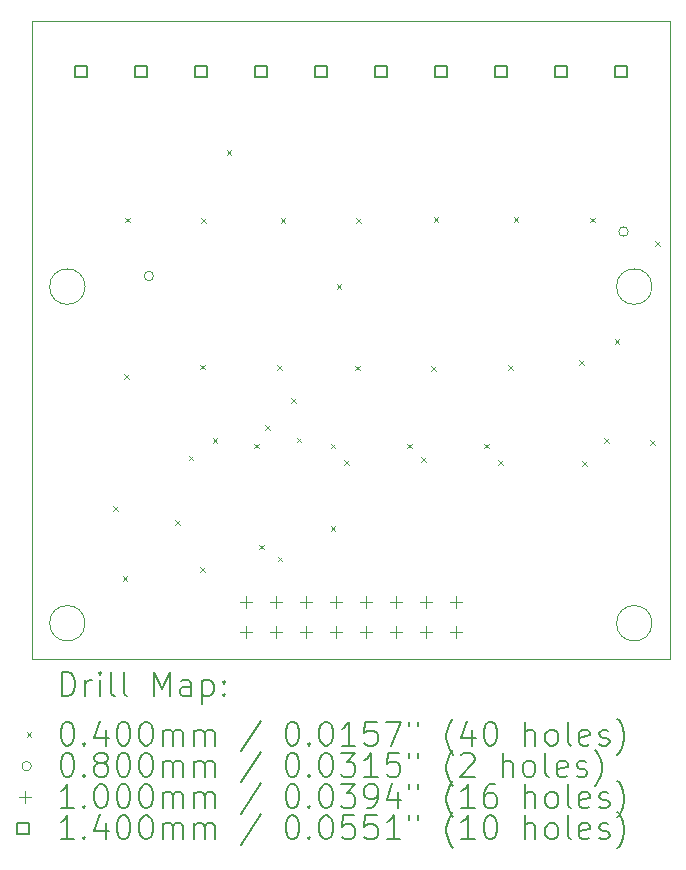
<source format=gbr>
%TF.GenerationSoftware,KiCad,Pcbnew,6.0.11+dfsg-1~bpo11+1*%
%TF.CreationDate,2023-04-06T13:54:09+02:00*%
%TF.ProjectId,din-8_11,64696e2d-385f-4313-912e-6b696361645f,1.1*%
%TF.SameCoordinates,Original*%
%TF.FileFunction,Drillmap*%
%TF.FilePolarity,Positive*%
%FSLAX45Y45*%
G04 Gerber Fmt 4.5, Leading zero omitted, Abs format (unit mm)*
G04 Created by KiCad (PCBNEW 6.0.11+dfsg-1~bpo11+1) date 2023-04-06 13:54:09*
%MOMM*%
%LPD*%
G01*
G04 APERTURE LIST*
%ADD10C,0.100000*%
%ADD11C,0.200000*%
%ADD12C,0.040000*%
%ADD13C,0.080000*%
%ADD14C,0.140000*%
G04 APERTURE END LIST*
D10*
X12850000Y-8850000D02*
G75*
G03*
X12850000Y-8850000I-150000J0D01*
G01*
X17650000Y-8850000D02*
G75*
G03*
X17650000Y-8850000I-150000J0D01*
G01*
X12850000Y-11700000D02*
G75*
G03*
X12850000Y-11700000I-150000J0D01*
G01*
X12400000Y-12000000D02*
X17800000Y-12000000D01*
X17800000Y-12000000D02*
X17800000Y-6600000D01*
X17800000Y-6600000D02*
X12400000Y-6600000D01*
X12400000Y-6600000D02*
X12400000Y-12000000D01*
X17650000Y-11700000D02*
G75*
G03*
X17650000Y-11700000I-150000J0D01*
G01*
D11*
D12*
X13089000Y-10708000D02*
X13129000Y-10748000D01*
X13129000Y-10708000D02*
X13089000Y-10748000D01*
X13168000Y-11299000D02*
X13208000Y-11339000D01*
X13208000Y-11299000D02*
X13168000Y-11339000D01*
X13184000Y-9589000D02*
X13224000Y-9629000D01*
X13224000Y-9589000D02*
X13184000Y-9629000D01*
X13190000Y-8267000D02*
X13230000Y-8307000D01*
X13230000Y-8267000D02*
X13190000Y-8307000D01*
X13610000Y-10827000D02*
X13650000Y-10867000D01*
X13650000Y-10827000D02*
X13610000Y-10867000D01*
X13727000Y-10282000D02*
X13767000Y-10322000D01*
X13767000Y-10282000D02*
X13727000Y-10322000D01*
X13824000Y-9510000D02*
X13864000Y-9550000D01*
X13864000Y-9510000D02*
X13824000Y-9550000D01*
X13825000Y-11222000D02*
X13865000Y-11262000D01*
X13865000Y-11222000D02*
X13825000Y-11262000D01*
X13834000Y-8268000D02*
X13874000Y-8308000D01*
X13874000Y-8268000D02*
X13834000Y-8308000D01*
X13930000Y-10130000D02*
X13970000Y-10170000D01*
X13970000Y-10130000D02*
X13930000Y-10170000D01*
X14050000Y-7694000D02*
X14090000Y-7734000D01*
X14090000Y-7694000D02*
X14050000Y-7734000D01*
X14280000Y-10180000D02*
X14320000Y-10220000D01*
X14320000Y-10180000D02*
X14280000Y-10220000D01*
X14323000Y-11034000D02*
X14363000Y-11074000D01*
X14363000Y-11034000D02*
X14323000Y-11074000D01*
X14377000Y-10024000D02*
X14417000Y-10064000D01*
X14417000Y-10024000D02*
X14377000Y-10064000D01*
X14479000Y-9516000D02*
X14519000Y-9556000D01*
X14519000Y-9516000D02*
X14479000Y-9556000D01*
X14480000Y-11135000D02*
X14520000Y-11175000D01*
X14520000Y-11135000D02*
X14480000Y-11175000D01*
X14505000Y-8268000D02*
X14545000Y-8308000D01*
X14545000Y-8268000D02*
X14505000Y-8308000D01*
X14596000Y-9797000D02*
X14636000Y-9837000D01*
X14636000Y-9797000D02*
X14596000Y-9837000D01*
X14641000Y-10128000D02*
X14681000Y-10168000D01*
X14681000Y-10128000D02*
X14641000Y-10168000D01*
X14930000Y-10180000D02*
X14970000Y-10220000D01*
X14970000Y-10180000D02*
X14930000Y-10220000D01*
X14930000Y-10880000D02*
X14970000Y-10920000D01*
X14970000Y-10880000D02*
X14930000Y-10920000D01*
X14980000Y-8830000D02*
X15020000Y-8870000D01*
X15020000Y-8830000D02*
X14980000Y-8870000D01*
X15042000Y-10322000D02*
X15082000Y-10362000D01*
X15082000Y-10322000D02*
X15042000Y-10362000D01*
X15138000Y-9518000D02*
X15178000Y-9558000D01*
X15178000Y-9518000D02*
X15138000Y-9558000D01*
X15147000Y-8268000D02*
X15187000Y-8308000D01*
X15187000Y-8268000D02*
X15147000Y-8308000D01*
X15580000Y-10180000D02*
X15620000Y-10220000D01*
X15620000Y-10180000D02*
X15580000Y-10220000D01*
X15698000Y-10291000D02*
X15738000Y-10331000D01*
X15738000Y-10291000D02*
X15698000Y-10331000D01*
X15778000Y-9524000D02*
X15818000Y-9564000D01*
X15818000Y-9524000D02*
X15778000Y-9564000D01*
X15801000Y-8264000D02*
X15841000Y-8304000D01*
X15841000Y-8264000D02*
X15801000Y-8304000D01*
X16230000Y-10180000D02*
X16270000Y-10220000D01*
X16270000Y-10180000D02*
X16230000Y-10220000D01*
X16346000Y-10319000D02*
X16386000Y-10359000D01*
X16386000Y-10319000D02*
X16346000Y-10359000D01*
X16433000Y-9512000D02*
X16473000Y-9552000D01*
X16473000Y-9512000D02*
X16433000Y-9552000D01*
X16478000Y-8264000D02*
X16518000Y-8304000D01*
X16518000Y-8264000D02*
X16478000Y-8304000D01*
X17032000Y-9470000D02*
X17072000Y-9510000D01*
X17072000Y-9470000D02*
X17032000Y-9510000D01*
X17056000Y-10327000D02*
X17096000Y-10367000D01*
X17096000Y-10327000D02*
X17056000Y-10367000D01*
X17129000Y-8265000D02*
X17169000Y-8305000D01*
X17169000Y-8265000D02*
X17129000Y-8305000D01*
X17245000Y-10130000D02*
X17285000Y-10170000D01*
X17285000Y-10130000D02*
X17245000Y-10170000D01*
X17334000Y-9297000D02*
X17374000Y-9337000D01*
X17374000Y-9297000D02*
X17334000Y-9337000D01*
X17637000Y-10147000D02*
X17677000Y-10187000D01*
X17677000Y-10147000D02*
X17637000Y-10187000D01*
X17679000Y-8463000D02*
X17719000Y-8503000D01*
X17719000Y-8463000D02*
X17679000Y-8503000D01*
D13*
X13430000Y-8760000D02*
G75*
G03*
X13430000Y-8760000I-40000J0D01*
G01*
X17449000Y-8384000D02*
G75*
G03*
X17449000Y-8384000I-40000J0D01*
G01*
D10*
X14209500Y-11472500D02*
X14209500Y-11572500D01*
X14159500Y-11522500D02*
X14259500Y-11522500D01*
X14209500Y-11726500D02*
X14209500Y-11826500D01*
X14159500Y-11776500D02*
X14259500Y-11776500D01*
X14463500Y-11472500D02*
X14463500Y-11572500D01*
X14413500Y-11522500D02*
X14513500Y-11522500D01*
X14463500Y-11726500D02*
X14463500Y-11826500D01*
X14413500Y-11776500D02*
X14513500Y-11776500D01*
X14717500Y-11472500D02*
X14717500Y-11572500D01*
X14667500Y-11522500D02*
X14767500Y-11522500D01*
X14717500Y-11726500D02*
X14717500Y-11826500D01*
X14667500Y-11776500D02*
X14767500Y-11776500D01*
X14971500Y-11472500D02*
X14971500Y-11572500D01*
X14921500Y-11522500D02*
X15021500Y-11522500D01*
X14971500Y-11726500D02*
X14971500Y-11826500D01*
X14921500Y-11776500D02*
X15021500Y-11776500D01*
X15225500Y-11472500D02*
X15225500Y-11572500D01*
X15175500Y-11522500D02*
X15275500Y-11522500D01*
X15225500Y-11726500D02*
X15225500Y-11826500D01*
X15175500Y-11776500D02*
X15275500Y-11776500D01*
X15479500Y-11472500D02*
X15479500Y-11572500D01*
X15429500Y-11522500D02*
X15529500Y-11522500D01*
X15479500Y-11726500D02*
X15479500Y-11826500D01*
X15429500Y-11776500D02*
X15529500Y-11776500D01*
X15733500Y-11472500D02*
X15733500Y-11572500D01*
X15683500Y-11522500D02*
X15783500Y-11522500D01*
X15733500Y-11726500D02*
X15733500Y-11826500D01*
X15683500Y-11776500D02*
X15783500Y-11776500D01*
X15987500Y-11472500D02*
X15987500Y-11572500D01*
X15937500Y-11522500D02*
X16037500Y-11522500D01*
X15987500Y-11726500D02*
X15987500Y-11826500D01*
X15937500Y-11776500D02*
X16037500Y-11776500D01*
D14*
X12863498Y-7077248D02*
X12863498Y-6978252D01*
X12764502Y-6978252D01*
X12764502Y-7077248D01*
X12863498Y-7077248D01*
X13371498Y-7077248D02*
X13371498Y-6978252D01*
X13272502Y-6978252D01*
X13272502Y-7077248D01*
X13371498Y-7077248D01*
X13879498Y-7077248D02*
X13879498Y-6978252D01*
X13780502Y-6978252D01*
X13780502Y-7077248D01*
X13879498Y-7077248D01*
X14387498Y-7077248D02*
X14387498Y-6978252D01*
X14288502Y-6978252D01*
X14288502Y-7077248D01*
X14387498Y-7077248D01*
X14895498Y-7077248D02*
X14895498Y-6978252D01*
X14796502Y-6978252D01*
X14796502Y-7077248D01*
X14895498Y-7077248D01*
X15403498Y-7077248D02*
X15403498Y-6978252D01*
X15304502Y-6978252D01*
X15304502Y-7077248D01*
X15403498Y-7077248D01*
X15911498Y-7077248D02*
X15911498Y-6978252D01*
X15812502Y-6978252D01*
X15812502Y-7077248D01*
X15911498Y-7077248D01*
X16419498Y-7077248D02*
X16419498Y-6978252D01*
X16320502Y-6978252D01*
X16320502Y-7077248D01*
X16419498Y-7077248D01*
X16927498Y-7077248D02*
X16927498Y-6978252D01*
X16828502Y-6978252D01*
X16828502Y-7077248D01*
X16927498Y-7077248D01*
X17435498Y-7077248D02*
X17435498Y-6978252D01*
X17336502Y-6978252D01*
X17336502Y-7077248D01*
X17435498Y-7077248D01*
D11*
X12652619Y-12315476D02*
X12652619Y-12115476D01*
X12700238Y-12115476D01*
X12728809Y-12125000D01*
X12747857Y-12144048D01*
X12757381Y-12163095D01*
X12766905Y-12201190D01*
X12766905Y-12229762D01*
X12757381Y-12267857D01*
X12747857Y-12286905D01*
X12728809Y-12305952D01*
X12700238Y-12315476D01*
X12652619Y-12315476D01*
X12852619Y-12315476D02*
X12852619Y-12182143D01*
X12852619Y-12220238D02*
X12862143Y-12201190D01*
X12871667Y-12191667D01*
X12890714Y-12182143D01*
X12909762Y-12182143D01*
X12976428Y-12315476D02*
X12976428Y-12182143D01*
X12976428Y-12115476D02*
X12966905Y-12125000D01*
X12976428Y-12134524D01*
X12985952Y-12125000D01*
X12976428Y-12115476D01*
X12976428Y-12134524D01*
X13100238Y-12315476D02*
X13081190Y-12305952D01*
X13071667Y-12286905D01*
X13071667Y-12115476D01*
X13205000Y-12315476D02*
X13185952Y-12305952D01*
X13176428Y-12286905D01*
X13176428Y-12115476D01*
X13433571Y-12315476D02*
X13433571Y-12115476D01*
X13500238Y-12258333D01*
X13566905Y-12115476D01*
X13566905Y-12315476D01*
X13747857Y-12315476D02*
X13747857Y-12210714D01*
X13738333Y-12191667D01*
X13719286Y-12182143D01*
X13681190Y-12182143D01*
X13662143Y-12191667D01*
X13747857Y-12305952D02*
X13728809Y-12315476D01*
X13681190Y-12315476D01*
X13662143Y-12305952D01*
X13652619Y-12286905D01*
X13652619Y-12267857D01*
X13662143Y-12248809D01*
X13681190Y-12239286D01*
X13728809Y-12239286D01*
X13747857Y-12229762D01*
X13843095Y-12182143D02*
X13843095Y-12382143D01*
X13843095Y-12191667D02*
X13862143Y-12182143D01*
X13900238Y-12182143D01*
X13919286Y-12191667D01*
X13928809Y-12201190D01*
X13938333Y-12220238D01*
X13938333Y-12277381D01*
X13928809Y-12296428D01*
X13919286Y-12305952D01*
X13900238Y-12315476D01*
X13862143Y-12315476D01*
X13843095Y-12305952D01*
X14024048Y-12296428D02*
X14033571Y-12305952D01*
X14024048Y-12315476D01*
X14014524Y-12305952D01*
X14024048Y-12296428D01*
X14024048Y-12315476D01*
X14024048Y-12191667D02*
X14033571Y-12201190D01*
X14024048Y-12210714D01*
X14014524Y-12201190D01*
X14024048Y-12191667D01*
X14024048Y-12210714D01*
D12*
X12355000Y-12625000D02*
X12395000Y-12665000D01*
X12395000Y-12625000D02*
X12355000Y-12665000D01*
D11*
X12690714Y-12535476D02*
X12709762Y-12535476D01*
X12728809Y-12545000D01*
X12738333Y-12554524D01*
X12747857Y-12573571D01*
X12757381Y-12611667D01*
X12757381Y-12659286D01*
X12747857Y-12697381D01*
X12738333Y-12716428D01*
X12728809Y-12725952D01*
X12709762Y-12735476D01*
X12690714Y-12735476D01*
X12671667Y-12725952D01*
X12662143Y-12716428D01*
X12652619Y-12697381D01*
X12643095Y-12659286D01*
X12643095Y-12611667D01*
X12652619Y-12573571D01*
X12662143Y-12554524D01*
X12671667Y-12545000D01*
X12690714Y-12535476D01*
X12843095Y-12716428D02*
X12852619Y-12725952D01*
X12843095Y-12735476D01*
X12833571Y-12725952D01*
X12843095Y-12716428D01*
X12843095Y-12735476D01*
X13024048Y-12602143D02*
X13024048Y-12735476D01*
X12976428Y-12525952D02*
X12928809Y-12668809D01*
X13052619Y-12668809D01*
X13166905Y-12535476D02*
X13185952Y-12535476D01*
X13205000Y-12545000D01*
X13214524Y-12554524D01*
X13224048Y-12573571D01*
X13233571Y-12611667D01*
X13233571Y-12659286D01*
X13224048Y-12697381D01*
X13214524Y-12716428D01*
X13205000Y-12725952D01*
X13185952Y-12735476D01*
X13166905Y-12735476D01*
X13147857Y-12725952D01*
X13138333Y-12716428D01*
X13128809Y-12697381D01*
X13119286Y-12659286D01*
X13119286Y-12611667D01*
X13128809Y-12573571D01*
X13138333Y-12554524D01*
X13147857Y-12545000D01*
X13166905Y-12535476D01*
X13357381Y-12535476D02*
X13376428Y-12535476D01*
X13395476Y-12545000D01*
X13405000Y-12554524D01*
X13414524Y-12573571D01*
X13424048Y-12611667D01*
X13424048Y-12659286D01*
X13414524Y-12697381D01*
X13405000Y-12716428D01*
X13395476Y-12725952D01*
X13376428Y-12735476D01*
X13357381Y-12735476D01*
X13338333Y-12725952D01*
X13328809Y-12716428D01*
X13319286Y-12697381D01*
X13309762Y-12659286D01*
X13309762Y-12611667D01*
X13319286Y-12573571D01*
X13328809Y-12554524D01*
X13338333Y-12545000D01*
X13357381Y-12535476D01*
X13509762Y-12735476D02*
X13509762Y-12602143D01*
X13509762Y-12621190D02*
X13519286Y-12611667D01*
X13538333Y-12602143D01*
X13566905Y-12602143D01*
X13585952Y-12611667D01*
X13595476Y-12630714D01*
X13595476Y-12735476D01*
X13595476Y-12630714D02*
X13605000Y-12611667D01*
X13624048Y-12602143D01*
X13652619Y-12602143D01*
X13671667Y-12611667D01*
X13681190Y-12630714D01*
X13681190Y-12735476D01*
X13776428Y-12735476D02*
X13776428Y-12602143D01*
X13776428Y-12621190D02*
X13785952Y-12611667D01*
X13805000Y-12602143D01*
X13833571Y-12602143D01*
X13852619Y-12611667D01*
X13862143Y-12630714D01*
X13862143Y-12735476D01*
X13862143Y-12630714D02*
X13871667Y-12611667D01*
X13890714Y-12602143D01*
X13919286Y-12602143D01*
X13938333Y-12611667D01*
X13947857Y-12630714D01*
X13947857Y-12735476D01*
X14338333Y-12525952D02*
X14166905Y-12783095D01*
X14595476Y-12535476D02*
X14614524Y-12535476D01*
X14633571Y-12545000D01*
X14643095Y-12554524D01*
X14652619Y-12573571D01*
X14662143Y-12611667D01*
X14662143Y-12659286D01*
X14652619Y-12697381D01*
X14643095Y-12716428D01*
X14633571Y-12725952D01*
X14614524Y-12735476D01*
X14595476Y-12735476D01*
X14576428Y-12725952D01*
X14566905Y-12716428D01*
X14557381Y-12697381D01*
X14547857Y-12659286D01*
X14547857Y-12611667D01*
X14557381Y-12573571D01*
X14566905Y-12554524D01*
X14576428Y-12545000D01*
X14595476Y-12535476D01*
X14747857Y-12716428D02*
X14757381Y-12725952D01*
X14747857Y-12735476D01*
X14738333Y-12725952D01*
X14747857Y-12716428D01*
X14747857Y-12735476D01*
X14881190Y-12535476D02*
X14900238Y-12535476D01*
X14919286Y-12545000D01*
X14928809Y-12554524D01*
X14938333Y-12573571D01*
X14947857Y-12611667D01*
X14947857Y-12659286D01*
X14938333Y-12697381D01*
X14928809Y-12716428D01*
X14919286Y-12725952D01*
X14900238Y-12735476D01*
X14881190Y-12735476D01*
X14862143Y-12725952D01*
X14852619Y-12716428D01*
X14843095Y-12697381D01*
X14833571Y-12659286D01*
X14833571Y-12611667D01*
X14843095Y-12573571D01*
X14852619Y-12554524D01*
X14862143Y-12545000D01*
X14881190Y-12535476D01*
X15138333Y-12735476D02*
X15024048Y-12735476D01*
X15081190Y-12735476D02*
X15081190Y-12535476D01*
X15062143Y-12564048D01*
X15043095Y-12583095D01*
X15024048Y-12592619D01*
X15319286Y-12535476D02*
X15224048Y-12535476D01*
X15214524Y-12630714D01*
X15224048Y-12621190D01*
X15243095Y-12611667D01*
X15290714Y-12611667D01*
X15309762Y-12621190D01*
X15319286Y-12630714D01*
X15328809Y-12649762D01*
X15328809Y-12697381D01*
X15319286Y-12716428D01*
X15309762Y-12725952D01*
X15290714Y-12735476D01*
X15243095Y-12735476D01*
X15224048Y-12725952D01*
X15214524Y-12716428D01*
X15395476Y-12535476D02*
X15528809Y-12535476D01*
X15443095Y-12735476D01*
X15595476Y-12535476D02*
X15595476Y-12573571D01*
X15671667Y-12535476D02*
X15671667Y-12573571D01*
X15966905Y-12811667D02*
X15957381Y-12802143D01*
X15938333Y-12773571D01*
X15928809Y-12754524D01*
X15919286Y-12725952D01*
X15909762Y-12678333D01*
X15909762Y-12640238D01*
X15919286Y-12592619D01*
X15928809Y-12564048D01*
X15938333Y-12545000D01*
X15957381Y-12516428D01*
X15966905Y-12506905D01*
X16128809Y-12602143D02*
X16128809Y-12735476D01*
X16081190Y-12525952D02*
X16033571Y-12668809D01*
X16157381Y-12668809D01*
X16271667Y-12535476D02*
X16290714Y-12535476D01*
X16309762Y-12545000D01*
X16319286Y-12554524D01*
X16328809Y-12573571D01*
X16338333Y-12611667D01*
X16338333Y-12659286D01*
X16328809Y-12697381D01*
X16319286Y-12716428D01*
X16309762Y-12725952D01*
X16290714Y-12735476D01*
X16271667Y-12735476D01*
X16252619Y-12725952D01*
X16243095Y-12716428D01*
X16233571Y-12697381D01*
X16224048Y-12659286D01*
X16224048Y-12611667D01*
X16233571Y-12573571D01*
X16243095Y-12554524D01*
X16252619Y-12545000D01*
X16271667Y-12535476D01*
X16576428Y-12735476D02*
X16576428Y-12535476D01*
X16662143Y-12735476D02*
X16662143Y-12630714D01*
X16652619Y-12611667D01*
X16633571Y-12602143D01*
X16605000Y-12602143D01*
X16585952Y-12611667D01*
X16576428Y-12621190D01*
X16785952Y-12735476D02*
X16766905Y-12725952D01*
X16757381Y-12716428D01*
X16747857Y-12697381D01*
X16747857Y-12640238D01*
X16757381Y-12621190D01*
X16766905Y-12611667D01*
X16785952Y-12602143D01*
X16814524Y-12602143D01*
X16833571Y-12611667D01*
X16843095Y-12621190D01*
X16852619Y-12640238D01*
X16852619Y-12697381D01*
X16843095Y-12716428D01*
X16833571Y-12725952D01*
X16814524Y-12735476D01*
X16785952Y-12735476D01*
X16966905Y-12735476D02*
X16947857Y-12725952D01*
X16938333Y-12706905D01*
X16938333Y-12535476D01*
X17119286Y-12725952D02*
X17100238Y-12735476D01*
X17062143Y-12735476D01*
X17043095Y-12725952D01*
X17033571Y-12706905D01*
X17033571Y-12630714D01*
X17043095Y-12611667D01*
X17062143Y-12602143D01*
X17100238Y-12602143D01*
X17119286Y-12611667D01*
X17128810Y-12630714D01*
X17128810Y-12649762D01*
X17033571Y-12668809D01*
X17205000Y-12725952D02*
X17224048Y-12735476D01*
X17262143Y-12735476D01*
X17281190Y-12725952D01*
X17290714Y-12706905D01*
X17290714Y-12697381D01*
X17281190Y-12678333D01*
X17262143Y-12668809D01*
X17233571Y-12668809D01*
X17214524Y-12659286D01*
X17205000Y-12640238D01*
X17205000Y-12630714D01*
X17214524Y-12611667D01*
X17233571Y-12602143D01*
X17262143Y-12602143D01*
X17281190Y-12611667D01*
X17357381Y-12811667D02*
X17366905Y-12802143D01*
X17385952Y-12773571D01*
X17395476Y-12754524D01*
X17405000Y-12725952D01*
X17414524Y-12678333D01*
X17414524Y-12640238D01*
X17405000Y-12592619D01*
X17395476Y-12564048D01*
X17385952Y-12545000D01*
X17366905Y-12516428D01*
X17357381Y-12506905D01*
D13*
X12395000Y-12909000D02*
G75*
G03*
X12395000Y-12909000I-40000J0D01*
G01*
D11*
X12690714Y-12799476D02*
X12709762Y-12799476D01*
X12728809Y-12809000D01*
X12738333Y-12818524D01*
X12747857Y-12837571D01*
X12757381Y-12875667D01*
X12757381Y-12923286D01*
X12747857Y-12961381D01*
X12738333Y-12980428D01*
X12728809Y-12989952D01*
X12709762Y-12999476D01*
X12690714Y-12999476D01*
X12671667Y-12989952D01*
X12662143Y-12980428D01*
X12652619Y-12961381D01*
X12643095Y-12923286D01*
X12643095Y-12875667D01*
X12652619Y-12837571D01*
X12662143Y-12818524D01*
X12671667Y-12809000D01*
X12690714Y-12799476D01*
X12843095Y-12980428D02*
X12852619Y-12989952D01*
X12843095Y-12999476D01*
X12833571Y-12989952D01*
X12843095Y-12980428D01*
X12843095Y-12999476D01*
X12966905Y-12885190D02*
X12947857Y-12875667D01*
X12938333Y-12866143D01*
X12928809Y-12847095D01*
X12928809Y-12837571D01*
X12938333Y-12818524D01*
X12947857Y-12809000D01*
X12966905Y-12799476D01*
X13005000Y-12799476D01*
X13024048Y-12809000D01*
X13033571Y-12818524D01*
X13043095Y-12837571D01*
X13043095Y-12847095D01*
X13033571Y-12866143D01*
X13024048Y-12875667D01*
X13005000Y-12885190D01*
X12966905Y-12885190D01*
X12947857Y-12894714D01*
X12938333Y-12904238D01*
X12928809Y-12923286D01*
X12928809Y-12961381D01*
X12938333Y-12980428D01*
X12947857Y-12989952D01*
X12966905Y-12999476D01*
X13005000Y-12999476D01*
X13024048Y-12989952D01*
X13033571Y-12980428D01*
X13043095Y-12961381D01*
X13043095Y-12923286D01*
X13033571Y-12904238D01*
X13024048Y-12894714D01*
X13005000Y-12885190D01*
X13166905Y-12799476D02*
X13185952Y-12799476D01*
X13205000Y-12809000D01*
X13214524Y-12818524D01*
X13224048Y-12837571D01*
X13233571Y-12875667D01*
X13233571Y-12923286D01*
X13224048Y-12961381D01*
X13214524Y-12980428D01*
X13205000Y-12989952D01*
X13185952Y-12999476D01*
X13166905Y-12999476D01*
X13147857Y-12989952D01*
X13138333Y-12980428D01*
X13128809Y-12961381D01*
X13119286Y-12923286D01*
X13119286Y-12875667D01*
X13128809Y-12837571D01*
X13138333Y-12818524D01*
X13147857Y-12809000D01*
X13166905Y-12799476D01*
X13357381Y-12799476D02*
X13376428Y-12799476D01*
X13395476Y-12809000D01*
X13405000Y-12818524D01*
X13414524Y-12837571D01*
X13424048Y-12875667D01*
X13424048Y-12923286D01*
X13414524Y-12961381D01*
X13405000Y-12980428D01*
X13395476Y-12989952D01*
X13376428Y-12999476D01*
X13357381Y-12999476D01*
X13338333Y-12989952D01*
X13328809Y-12980428D01*
X13319286Y-12961381D01*
X13309762Y-12923286D01*
X13309762Y-12875667D01*
X13319286Y-12837571D01*
X13328809Y-12818524D01*
X13338333Y-12809000D01*
X13357381Y-12799476D01*
X13509762Y-12999476D02*
X13509762Y-12866143D01*
X13509762Y-12885190D02*
X13519286Y-12875667D01*
X13538333Y-12866143D01*
X13566905Y-12866143D01*
X13585952Y-12875667D01*
X13595476Y-12894714D01*
X13595476Y-12999476D01*
X13595476Y-12894714D02*
X13605000Y-12875667D01*
X13624048Y-12866143D01*
X13652619Y-12866143D01*
X13671667Y-12875667D01*
X13681190Y-12894714D01*
X13681190Y-12999476D01*
X13776428Y-12999476D02*
X13776428Y-12866143D01*
X13776428Y-12885190D02*
X13785952Y-12875667D01*
X13805000Y-12866143D01*
X13833571Y-12866143D01*
X13852619Y-12875667D01*
X13862143Y-12894714D01*
X13862143Y-12999476D01*
X13862143Y-12894714D02*
X13871667Y-12875667D01*
X13890714Y-12866143D01*
X13919286Y-12866143D01*
X13938333Y-12875667D01*
X13947857Y-12894714D01*
X13947857Y-12999476D01*
X14338333Y-12789952D02*
X14166905Y-13047095D01*
X14595476Y-12799476D02*
X14614524Y-12799476D01*
X14633571Y-12809000D01*
X14643095Y-12818524D01*
X14652619Y-12837571D01*
X14662143Y-12875667D01*
X14662143Y-12923286D01*
X14652619Y-12961381D01*
X14643095Y-12980428D01*
X14633571Y-12989952D01*
X14614524Y-12999476D01*
X14595476Y-12999476D01*
X14576428Y-12989952D01*
X14566905Y-12980428D01*
X14557381Y-12961381D01*
X14547857Y-12923286D01*
X14547857Y-12875667D01*
X14557381Y-12837571D01*
X14566905Y-12818524D01*
X14576428Y-12809000D01*
X14595476Y-12799476D01*
X14747857Y-12980428D02*
X14757381Y-12989952D01*
X14747857Y-12999476D01*
X14738333Y-12989952D01*
X14747857Y-12980428D01*
X14747857Y-12999476D01*
X14881190Y-12799476D02*
X14900238Y-12799476D01*
X14919286Y-12809000D01*
X14928809Y-12818524D01*
X14938333Y-12837571D01*
X14947857Y-12875667D01*
X14947857Y-12923286D01*
X14938333Y-12961381D01*
X14928809Y-12980428D01*
X14919286Y-12989952D01*
X14900238Y-12999476D01*
X14881190Y-12999476D01*
X14862143Y-12989952D01*
X14852619Y-12980428D01*
X14843095Y-12961381D01*
X14833571Y-12923286D01*
X14833571Y-12875667D01*
X14843095Y-12837571D01*
X14852619Y-12818524D01*
X14862143Y-12809000D01*
X14881190Y-12799476D01*
X15014524Y-12799476D02*
X15138333Y-12799476D01*
X15071667Y-12875667D01*
X15100238Y-12875667D01*
X15119286Y-12885190D01*
X15128809Y-12894714D01*
X15138333Y-12913762D01*
X15138333Y-12961381D01*
X15128809Y-12980428D01*
X15119286Y-12989952D01*
X15100238Y-12999476D01*
X15043095Y-12999476D01*
X15024048Y-12989952D01*
X15014524Y-12980428D01*
X15328809Y-12999476D02*
X15214524Y-12999476D01*
X15271667Y-12999476D02*
X15271667Y-12799476D01*
X15252619Y-12828048D01*
X15233571Y-12847095D01*
X15214524Y-12856619D01*
X15509762Y-12799476D02*
X15414524Y-12799476D01*
X15405000Y-12894714D01*
X15414524Y-12885190D01*
X15433571Y-12875667D01*
X15481190Y-12875667D01*
X15500238Y-12885190D01*
X15509762Y-12894714D01*
X15519286Y-12913762D01*
X15519286Y-12961381D01*
X15509762Y-12980428D01*
X15500238Y-12989952D01*
X15481190Y-12999476D01*
X15433571Y-12999476D01*
X15414524Y-12989952D01*
X15405000Y-12980428D01*
X15595476Y-12799476D02*
X15595476Y-12837571D01*
X15671667Y-12799476D02*
X15671667Y-12837571D01*
X15966905Y-13075667D02*
X15957381Y-13066143D01*
X15938333Y-13037571D01*
X15928809Y-13018524D01*
X15919286Y-12989952D01*
X15909762Y-12942333D01*
X15909762Y-12904238D01*
X15919286Y-12856619D01*
X15928809Y-12828048D01*
X15938333Y-12809000D01*
X15957381Y-12780428D01*
X15966905Y-12770905D01*
X16033571Y-12818524D02*
X16043095Y-12809000D01*
X16062143Y-12799476D01*
X16109762Y-12799476D01*
X16128809Y-12809000D01*
X16138333Y-12818524D01*
X16147857Y-12837571D01*
X16147857Y-12856619D01*
X16138333Y-12885190D01*
X16024048Y-12999476D01*
X16147857Y-12999476D01*
X16385952Y-12999476D02*
X16385952Y-12799476D01*
X16471667Y-12999476D02*
X16471667Y-12894714D01*
X16462143Y-12875667D01*
X16443095Y-12866143D01*
X16414524Y-12866143D01*
X16395476Y-12875667D01*
X16385952Y-12885190D01*
X16595476Y-12999476D02*
X16576428Y-12989952D01*
X16566905Y-12980428D01*
X16557381Y-12961381D01*
X16557381Y-12904238D01*
X16566905Y-12885190D01*
X16576428Y-12875667D01*
X16595476Y-12866143D01*
X16624048Y-12866143D01*
X16643095Y-12875667D01*
X16652619Y-12885190D01*
X16662143Y-12904238D01*
X16662143Y-12961381D01*
X16652619Y-12980428D01*
X16643095Y-12989952D01*
X16624048Y-12999476D01*
X16595476Y-12999476D01*
X16776428Y-12999476D02*
X16757381Y-12989952D01*
X16747857Y-12970905D01*
X16747857Y-12799476D01*
X16928810Y-12989952D02*
X16909762Y-12999476D01*
X16871667Y-12999476D01*
X16852619Y-12989952D01*
X16843095Y-12970905D01*
X16843095Y-12894714D01*
X16852619Y-12875667D01*
X16871667Y-12866143D01*
X16909762Y-12866143D01*
X16928810Y-12875667D01*
X16938333Y-12894714D01*
X16938333Y-12913762D01*
X16843095Y-12932809D01*
X17014524Y-12989952D02*
X17033571Y-12999476D01*
X17071667Y-12999476D01*
X17090714Y-12989952D01*
X17100238Y-12970905D01*
X17100238Y-12961381D01*
X17090714Y-12942333D01*
X17071667Y-12932809D01*
X17043095Y-12932809D01*
X17024048Y-12923286D01*
X17014524Y-12904238D01*
X17014524Y-12894714D01*
X17024048Y-12875667D01*
X17043095Y-12866143D01*
X17071667Y-12866143D01*
X17090714Y-12875667D01*
X17166905Y-13075667D02*
X17176429Y-13066143D01*
X17195476Y-13037571D01*
X17205000Y-13018524D01*
X17214524Y-12989952D01*
X17224048Y-12942333D01*
X17224048Y-12904238D01*
X17214524Y-12856619D01*
X17205000Y-12828048D01*
X17195476Y-12809000D01*
X17176429Y-12780428D01*
X17166905Y-12770905D01*
D10*
X12345000Y-13123000D02*
X12345000Y-13223000D01*
X12295000Y-13173000D02*
X12395000Y-13173000D01*
D11*
X12757381Y-13263476D02*
X12643095Y-13263476D01*
X12700238Y-13263476D02*
X12700238Y-13063476D01*
X12681190Y-13092048D01*
X12662143Y-13111095D01*
X12643095Y-13120619D01*
X12843095Y-13244428D02*
X12852619Y-13253952D01*
X12843095Y-13263476D01*
X12833571Y-13253952D01*
X12843095Y-13244428D01*
X12843095Y-13263476D01*
X12976428Y-13063476D02*
X12995476Y-13063476D01*
X13014524Y-13073000D01*
X13024048Y-13082524D01*
X13033571Y-13101571D01*
X13043095Y-13139667D01*
X13043095Y-13187286D01*
X13033571Y-13225381D01*
X13024048Y-13244428D01*
X13014524Y-13253952D01*
X12995476Y-13263476D01*
X12976428Y-13263476D01*
X12957381Y-13253952D01*
X12947857Y-13244428D01*
X12938333Y-13225381D01*
X12928809Y-13187286D01*
X12928809Y-13139667D01*
X12938333Y-13101571D01*
X12947857Y-13082524D01*
X12957381Y-13073000D01*
X12976428Y-13063476D01*
X13166905Y-13063476D02*
X13185952Y-13063476D01*
X13205000Y-13073000D01*
X13214524Y-13082524D01*
X13224048Y-13101571D01*
X13233571Y-13139667D01*
X13233571Y-13187286D01*
X13224048Y-13225381D01*
X13214524Y-13244428D01*
X13205000Y-13253952D01*
X13185952Y-13263476D01*
X13166905Y-13263476D01*
X13147857Y-13253952D01*
X13138333Y-13244428D01*
X13128809Y-13225381D01*
X13119286Y-13187286D01*
X13119286Y-13139667D01*
X13128809Y-13101571D01*
X13138333Y-13082524D01*
X13147857Y-13073000D01*
X13166905Y-13063476D01*
X13357381Y-13063476D02*
X13376428Y-13063476D01*
X13395476Y-13073000D01*
X13405000Y-13082524D01*
X13414524Y-13101571D01*
X13424048Y-13139667D01*
X13424048Y-13187286D01*
X13414524Y-13225381D01*
X13405000Y-13244428D01*
X13395476Y-13253952D01*
X13376428Y-13263476D01*
X13357381Y-13263476D01*
X13338333Y-13253952D01*
X13328809Y-13244428D01*
X13319286Y-13225381D01*
X13309762Y-13187286D01*
X13309762Y-13139667D01*
X13319286Y-13101571D01*
X13328809Y-13082524D01*
X13338333Y-13073000D01*
X13357381Y-13063476D01*
X13509762Y-13263476D02*
X13509762Y-13130143D01*
X13509762Y-13149190D02*
X13519286Y-13139667D01*
X13538333Y-13130143D01*
X13566905Y-13130143D01*
X13585952Y-13139667D01*
X13595476Y-13158714D01*
X13595476Y-13263476D01*
X13595476Y-13158714D02*
X13605000Y-13139667D01*
X13624048Y-13130143D01*
X13652619Y-13130143D01*
X13671667Y-13139667D01*
X13681190Y-13158714D01*
X13681190Y-13263476D01*
X13776428Y-13263476D02*
X13776428Y-13130143D01*
X13776428Y-13149190D02*
X13785952Y-13139667D01*
X13805000Y-13130143D01*
X13833571Y-13130143D01*
X13852619Y-13139667D01*
X13862143Y-13158714D01*
X13862143Y-13263476D01*
X13862143Y-13158714D02*
X13871667Y-13139667D01*
X13890714Y-13130143D01*
X13919286Y-13130143D01*
X13938333Y-13139667D01*
X13947857Y-13158714D01*
X13947857Y-13263476D01*
X14338333Y-13053952D02*
X14166905Y-13311095D01*
X14595476Y-13063476D02*
X14614524Y-13063476D01*
X14633571Y-13073000D01*
X14643095Y-13082524D01*
X14652619Y-13101571D01*
X14662143Y-13139667D01*
X14662143Y-13187286D01*
X14652619Y-13225381D01*
X14643095Y-13244428D01*
X14633571Y-13253952D01*
X14614524Y-13263476D01*
X14595476Y-13263476D01*
X14576428Y-13253952D01*
X14566905Y-13244428D01*
X14557381Y-13225381D01*
X14547857Y-13187286D01*
X14547857Y-13139667D01*
X14557381Y-13101571D01*
X14566905Y-13082524D01*
X14576428Y-13073000D01*
X14595476Y-13063476D01*
X14747857Y-13244428D02*
X14757381Y-13253952D01*
X14747857Y-13263476D01*
X14738333Y-13253952D01*
X14747857Y-13244428D01*
X14747857Y-13263476D01*
X14881190Y-13063476D02*
X14900238Y-13063476D01*
X14919286Y-13073000D01*
X14928809Y-13082524D01*
X14938333Y-13101571D01*
X14947857Y-13139667D01*
X14947857Y-13187286D01*
X14938333Y-13225381D01*
X14928809Y-13244428D01*
X14919286Y-13253952D01*
X14900238Y-13263476D01*
X14881190Y-13263476D01*
X14862143Y-13253952D01*
X14852619Y-13244428D01*
X14843095Y-13225381D01*
X14833571Y-13187286D01*
X14833571Y-13139667D01*
X14843095Y-13101571D01*
X14852619Y-13082524D01*
X14862143Y-13073000D01*
X14881190Y-13063476D01*
X15014524Y-13063476D02*
X15138333Y-13063476D01*
X15071667Y-13139667D01*
X15100238Y-13139667D01*
X15119286Y-13149190D01*
X15128809Y-13158714D01*
X15138333Y-13177762D01*
X15138333Y-13225381D01*
X15128809Y-13244428D01*
X15119286Y-13253952D01*
X15100238Y-13263476D01*
X15043095Y-13263476D01*
X15024048Y-13253952D01*
X15014524Y-13244428D01*
X15233571Y-13263476D02*
X15271667Y-13263476D01*
X15290714Y-13253952D01*
X15300238Y-13244428D01*
X15319286Y-13215857D01*
X15328809Y-13177762D01*
X15328809Y-13101571D01*
X15319286Y-13082524D01*
X15309762Y-13073000D01*
X15290714Y-13063476D01*
X15252619Y-13063476D01*
X15233571Y-13073000D01*
X15224048Y-13082524D01*
X15214524Y-13101571D01*
X15214524Y-13149190D01*
X15224048Y-13168238D01*
X15233571Y-13177762D01*
X15252619Y-13187286D01*
X15290714Y-13187286D01*
X15309762Y-13177762D01*
X15319286Y-13168238D01*
X15328809Y-13149190D01*
X15500238Y-13130143D02*
X15500238Y-13263476D01*
X15452619Y-13053952D02*
X15405000Y-13196809D01*
X15528809Y-13196809D01*
X15595476Y-13063476D02*
X15595476Y-13101571D01*
X15671667Y-13063476D02*
X15671667Y-13101571D01*
X15966905Y-13339667D02*
X15957381Y-13330143D01*
X15938333Y-13301571D01*
X15928809Y-13282524D01*
X15919286Y-13253952D01*
X15909762Y-13206333D01*
X15909762Y-13168238D01*
X15919286Y-13120619D01*
X15928809Y-13092048D01*
X15938333Y-13073000D01*
X15957381Y-13044428D01*
X15966905Y-13034905D01*
X16147857Y-13263476D02*
X16033571Y-13263476D01*
X16090714Y-13263476D02*
X16090714Y-13063476D01*
X16071667Y-13092048D01*
X16052619Y-13111095D01*
X16033571Y-13120619D01*
X16319286Y-13063476D02*
X16281190Y-13063476D01*
X16262143Y-13073000D01*
X16252619Y-13082524D01*
X16233571Y-13111095D01*
X16224048Y-13149190D01*
X16224048Y-13225381D01*
X16233571Y-13244428D01*
X16243095Y-13253952D01*
X16262143Y-13263476D01*
X16300238Y-13263476D01*
X16319286Y-13253952D01*
X16328809Y-13244428D01*
X16338333Y-13225381D01*
X16338333Y-13177762D01*
X16328809Y-13158714D01*
X16319286Y-13149190D01*
X16300238Y-13139667D01*
X16262143Y-13139667D01*
X16243095Y-13149190D01*
X16233571Y-13158714D01*
X16224048Y-13177762D01*
X16576428Y-13263476D02*
X16576428Y-13063476D01*
X16662143Y-13263476D02*
X16662143Y-13158714D01*
X16652619Y-13139667D01*
X16633571Y-13130143D01*
X16605000Y-13130143D01*
X16585952Y-13139667D01*
X16576428Y-13149190D01*
X16785952Y-13263476D02*
X16766905Y-13253952D01*
X16757381Y-13244428D01*
X16747857Y-13225381D01*
X16747857Y-13168238D01*
X16757381Y-13149190D01*
X16766905Y-13139667D01*
X16785952Y-13130143D01*
X16814524Y-13130143D01*
X16833571Y-13139667D01*
X16843095Y-13149190D01*
X16852619Y-13168238D01*
X16852619Y-13225381D01*
X16843095Y-13244428D01*
X16833571Y-13253952D01*
X16814524Y-13263476D01*
X16785952Y-13263476D01*
X16966905Y-13263476D02*
X16947857Y-13253952D01*
X16938333Y-13234905D01*
X16938333Y-13063476D01*
X17119286Y-13253952D02*
X17100238Y-13263476D01*
X17062143Y-13263476D01*
X17043095Y-13253952D01*
X17033571Y-13234905D01*
X17033571Y-13158714D01*
X17043095Y-13139667D01*
X17062143Y-13130143D01*
X17100238Y-13130143D01*
X17119286Y-13139667D01*
X17128810Y-13158714D01*
X17128810Y-13177762D01*
X17033571Y-13196809D01*
X17205000Y-13253952D02*
X17224048Y-13263476D01*
X17262143Y-13263476D01*
X17281190Y-13253952D01*
X17290714Y-13234905D01*
X17290714Y-13225381D01*
X17281190Y-13206333D01*
X17262143Y-13196809D01*
X17233571Y-13196809D01*
X17214524Y-13187286D01*
X17205000Y-13168238D01*
X17205000Y-13158714D01*
X17214524Y-13139667D01*
X17233571Y-13130143D01*
X17262143Y-13130143D01*
X17281190Y-13139667D01*
X17357381Y-13339667D02*
X17366905Y-13330143D01*
X17385952Y-13301571D01*
X17395476Y-13282524D01*
X17405000Y-13253952D01*
X17414524Y-13206333D01*
X17414524Y-13168238D01*
X17405000Y-13120619D01*
X17395476Y-13092048D01*
X17385952Y-13073000D01*
X17366905Y-13044428D01*
X17357381Y-13034905D01*
D14*
X12374498Y-13486498D02*
X12374498Y-13387502D01*
X12275502Y-13387502D01*
X12275502Y-13486498D01*
X12374498Y-13486498D01*
D11*
X12757381Y-13527476D02*
X12643095Y-13527476D01*
X12700238Y-13527476D02*
X12700238Y-13327476D01*
X12681190Y-13356048D01*
X12662143Y-13375095D01*
X12643095Y-13384619D01*
X12843095Y-13508428D02*
X12852619Y-13517952D01*
X12843095Y-13527476D01*
X12833571Y-13517952D01*
X12843095Y-13508428D01*
X12843095Y-13527476D01*
X13024048Y-13394143D02*
X13024048Y-13527476D01*
X12976428Y-13317952D02*
X12928809Y-13460809D01*
X13052619Y-13460809D01*
X13166905Y-13327476D02*
X13185952Y-13327476D01*
X13205000Y-13337000D01*
X13214524Y-13346524D01*
X13224048Y-13365571D01*
X13233571Y-13403667D01*
X13233571Y-13451286D01*
X13224048Y-13489381D01*
X13214524Y-13508428D01*
X13205000Y-13517952D01*
X13185952Y-13527476D01*
X13166905Y-13527476D01*
X13147857Y-13517952D01*
X13138333Y-13508428D01*
X13128809Y-13489381D01*
X13119286Y-13451286D01*
X13119286Y-13403667D01*
X13128809Y-13365571D01*
X13138333Y-13346524D01*
X13147857Y-13337000D01*
X13166905Y-13327476D01*
X13357381Y-13327476D02*
X13376428Y-13327476D01*
X13395476Y-13337000D01*
X13405000Y-13346524D01*
X13414524Y-13365571D01*
X13424048Y-13403667D01*
X13424048Y-13451286D01*
X13414524Y-13489381D01*
X13405000Y-13508428D01*
X13395476Y-13517952D01*
X13376428Y-13527476D01*
X13357381Y-13527476D01*
X13338333Y-13517952D01*
X13328809Y-13508428D01*
X13319286Y-13489381D01*
X13309762Y-13451286D01*
X13309762Y-13403667D01*
X13319286Y-13365571D01*
X13328809Y-13346524D01*
X13338333Y-13337000D01*
X13357381Y-13327476D01*
X13509762Y-13527476D02*
X13509762Y-13394143D01*
X13509762Y-13413190D02*
X13519286Y-13403667D01*
X13538333Y-13394143D01*
X13566905Y-13394143D01*
X13585952Y-13403667D01*
X13595476Y-13422714D01*
X13595476Y-13527476D01*
X13595476Y-13422714D02*
X13605000Y-13403667D01*
X13624048Y-13394143D01*
X13652619Y-13394143D01*
X13671667Y-13403667D01*
X13681190Y-13422714D01*
X13681190Y-13527476D01*
X13776428Y-13527476D02*
X13776428Y-13394143D01*
X13776428Y-13413190D02*
X13785952Y-13403667D01*
X13805000Y-13394143D01*
X13833571Y-13394143D01*
X13852619Y-13403667D01*
X13862143Y-13422714D01*
X13862143Y-13527476D01*
X13862143Y-13422714D02*
X13871667Y-13403667D01*
X13890714Y-13394143D01*
X13919286Y-13394143D01*
X13938333Y-13403667D01*
X13947857Y-13422714D01*
X13947857Y-13527476D01*
X14338333Y-13317952D02*
X14166905Y-13575095D01*
X14595476Y-13327476D02*
X14614524Y-13327476D01*
X14633571Y-13337000D01*
X14643095Y-13346524D01*
X14652619Y-13365571D01*
X14662143Y-13403667D01*
X14662143Y-13451286D01*
X14652619Y-13489381D01*
X14643095Y-13508428D01*
X14633571Y-13517952D01*
X14614524Y-13527476D01*
X14595476Y-13527476D01*
X14576428Y-13517952D01*
X14566905Y-13508428D01*
X14557381Y-13489381D01*
X14547857Y-13451286D01*
X14547857Y-13403667D01*
X14557381Y-13365571D01*
X14566905Y-13346524D01*
X14576428Y-13337000D01*
X14595476Y-13327476D01*
X14747857Y-13508428D02*
X14757381Y-13517952D01*
X14747857Y-13527476D01*
X14738333Y-13517952D01*
X14747857Y-13508428D01*
X14747857Y-13527476D01*
X14881190Y-13327476D02*
X14900238Y-13327476D01*
X14919286Y-13337000D01*
X14928809Y-13346524D01*
X14938333Y-13365571D01*
X14947857Y-13403667D01*
X14947857Y-13451286D01*
X14938333Y-13489381D01*
X14928809Y-13508428D01*
X14919286Y-13517952D01*
X14900238Y-13527476D01*
X14881190Y-13527476D01*
X14862143Y-13517952D01*
X14852619Y-13508428D01*
X14843095Y-13489381D01*
X14833571Y-13451286D01*
X14833571Y-13403667D01*
X14843095Y-13365571D01*
X14852619Y-13346524D01*
X14862143Y-13337000D01*
X14881190Y-13327476D01*
X15128809Y-13327476D02*
X15033571Y-13327476D01*
X15024048Y-13422714D01*
X15033571Y-13413190D01*
X15052619Y-13403667D01*
X15100238Y-13403667D01*
X15119286Y-13413190D01*
X15128809Y-13422714D01*
X15138333Y-13441762D01*
X15138333Y-13489381D01*
X15128809Y-13508428D01*
X15119286Y-13517952D01*
X15100238Y-13527476D01*
X15052619Y-13527476D01*
X15033571Y-13517952D01*
X15024048Y-13508428D01*
X15319286Y-13327476D02*
X15224048Y-13327476D01*
X15214524Y-13422714D01*
X15224048Y-13413190D01*
X15243095Y-13403667D01*
X15290714Y-13403667D01*
X15309762Y-13413190D01*
X15319286Y-13422714D01*
X15328809Y-13441762D01*
X15328809Y-13489381D01*
X15319286Y-13508428D01*
X15309762Y-13517952D01*
X15290714Y-13527476D01*
X15243095Y-13527476D01*
X15224048Y-13517952D01*
X15214524Y-13508428D01*
X15519286Y-13527476D02*
X15405000Y-13527476D01*
X15462143Y-13527476D02*
X15462143Y-13327476D01*
X15443095Y-13356048D01*
X15424048Y-13375095D01*
X15405000Y-13384619D01*
X15595476Y-13327476D02*
X15595476Y-13365571D01*
X15671667Y-13327476D02*
X15671667Y-13365571D01*
X15966905Y-13603667D02*
X15957381Y-13594143D01*
X15938333Y-13565571D01*
X15928809Y-13546524D01*
X15919286Y-13517952D01*
X15909762Y-13470333D01*
X15909762Y-13432238D01*
X15919286Y-13384619D01*
X15928809Y-13356048D01*
X15938333Y-13337000D01*
X15957381Y-13308428D01*
X15966905Y-13298905D01*
X16147857Y-13527476D02*
X16033571Y-13527476D01*
X16090714Y-13527476D02*
X16090714Y-13327476D01*
X16071667Y-13356048D01*
X16052619Y-13375095D01*
X16033571Y-13384619D01*
X16271667Y-13327476D02*
X16290714Y-13327476D01*
X16309762Y-13337000D01*
X16319286Y-13346524D01*
X16328809Y-13365571D01*
X16338333Y-13403667D01*
X16338333Y-13451286D01*
X16328809Y-13489381D01*
X16319286Y-13508428D01*
X16309762Y-13517952D01*
X16290714Y-13527476D01*
X16271667Y-13527476D01*
X16252619Y-13517952D01*
X16243095Y-13508428D01*
X16233571Y-13489381D01*
X16224048Y-13451286D01*
X16224048Y-13403667D01*
X16233571Y-13365571D01*
X16243095Y-13346524D01*
X16252619Y-13337000D01*
X16271667Y-13327476D01*
X16576428Y-13527476D02*
X16576428Y-13327476D01*
X16662143Y-13527476D02*
X16662143Y-13422714D01*
X16652619Y-13403667D01*
X16633571Y-13394143D01*
X16605000Y-13394143D01*
X16585952Y-13403667D01*
X16576428Y-13413190D01*
X16785952Y-13527476D02*
X16766905Y-13517952D01*
X16757381Y-13508428D01*
X16747857Y-13489381D01*
X16747857Y-13432238D01*
X16757381Y-13413190D01*
X16766905Y-13403667D01*
X16785952Y-13394143D01*
X16814524Y-13394143D01*
X16833571Y-13403667D01*
X16843095Y-13413190D01*
X16852619Y-13432238D01*
X16852619Y-13489381D01*
X16843095Y-13508428D01*
X16833571Y-13517952D01*
X16814524Y-13527476D01*
X16785952Y-13527476D01*
X16966905Y-13527476D02*
X16947857Y-13517952D01*
X16938333Y-13498905D01*
X16938333Y-13327476D01*
X17119286Y-13517952D02*
X17100238Y-13527476D01*
X17062143Y-13527476D01*
X17043095Y-13517952D01*
X17033571Y-13498905D01*
X17033571Y-13422714D01*
X17043095Y-13403667D01*
X17062143Y-13394143D01*
X17100238Y-13394143D01*
X17119286Y-13403667D01*
X17128810Y-13422714D01*
X17128810Y-13441762D01*
X17033571Y-13460809D01*
X17205000Y-13517952D02*
X17224048Y-13527476D01*
X17262143Y-13527476D01*
X17281190Y-13517952D01*
X17290714Y-13498905D01*
X17290714Y-13489381D01*
X17281190Y-13470333D01*
X17262143Y-13460809D01*
X17233571Y-13460809D01*
X17214524Y-13451286D01*
X17205000Y-13432238D01*
X17205000Y-13422714D01*
X17214524Y-13403667D01*
X17233571Y-13394143D01*
X17262143Y-13394143D01*
X17281190Y-13403667D01*
X17357381Y-13603667D02*
X17366905Y-13594143D01*
X17385952Y-13565571D01*
X17395476Y-13546524D01*
X17405000Y-13517952D01*
X17414524Y-13470333D01*
X17414524Y-13432238D01*
X17405000Y-13384619D01*
X17395476Y-13356048D01*
X17385952Y-13337000D01*
X17366905Y-13308428D01*
X17357381Y-13298905D01*
M02*

</source>
